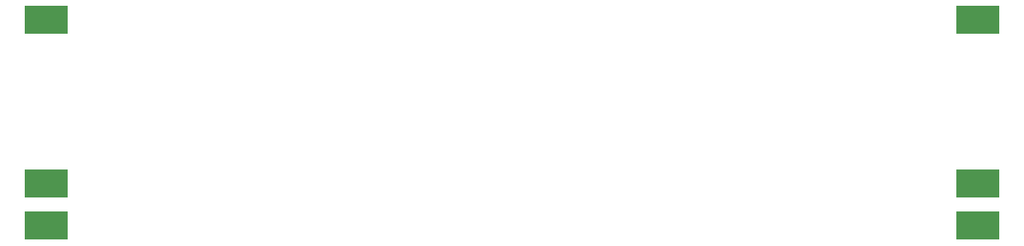
<source format=gbp>
G04 #@! TF.GenerationSoftware,KiCad,Pcbnew,(5.1.8)-1*
G04 #@! TF.CreationDate,2022-11-12T23:31:27+01:00*
G04 #@! TF.ProjectId,RetroPanel FP2,52657472-6f50-4616-9e65-6c204650322e,rev?*
G04 #@! TF.SameCoordinates,Original*
G04 #@! TF.FileFunction,Paste,Bot*
G04 #@! TF.FilePolarity,Positive*
%FSLAX46Y46*%
G04 Gerber Fmt 4.6, Leading zero omitted, Abs format (unit mm)*
G04 Created by KiCad (PCBNEW (5.1.8)-1) date 2022-11-12 23:31:27*
%MOMM*%
%LPD*%
G01*
G04 APERTURE LIST*
%ADD10R,4.400000X3.000000*%
G04 APERTURE END LIST*
D10*
X102934500Y-81648500D03*
X102934500Y-98476000D03*
X198565500Y-81648500D03*
X198565500Y-98476000D03*
X102921000Y-102794000D03*
X198565500Y-102794000D03*
M02*

</source>
